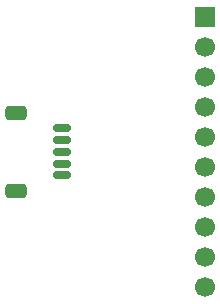
<source format=gts>
G04 #@! TF.GenerationSoftware,KiCad,Pcbnew,9.0.3*
G04 #@! TF.CreationDate,2025-08-26T17:27:59-07:00*
G04 #@! TF.ProjectId,battery_connector,62617474-6572-4795-9f63-6f6e6e656374,V1*
G04 #@! TF.SameCoordinates,Original*
G04 #@! TF.FileFunction,Soldermask,Top*
G04 #@! TF.FilePolarity,Negative*
%FSLAX45Y45*%
G04 Gerber Fmt 4.5, Leading zero omitted, Abs format (unit mm)*
G04 Created by KiCad (PCBNEW 9.0.3) date 2025-08-26 17:27:59*
%MOMM*%
%LPD*%
G01*
G04 APERTURE LIST*
G04 Aperture macros list*
%AMRoundRect*
0 Rectangle with rounded corners*
0 $1 Rounding radius*
0 $2 $3 $4 $5 $6 $7 $8 $9 X,Y pos of 4 corners*
0 Add a 4 corners polygon primitive as box body*
4,1,4,$2,$3,$4,$5,$6,$7,$8,$9,$2,$3,0*
0 Add four circle primitives for the rounded corners*
1,1,$1+$1,$2,$3*
1,1,$1+$1,$4,$5*
1,1,$1+$1,$6,$7*
1,1,$1+$1,$8,$9*
0 Add four rect primitives between the rounded corners*
20,1,$1+$1,$2,$3,$4,$5,0*
20,1,$1+$1,$4,$5,$6,$7,0*
20,1,$1+$1,$6,$7,$8,$9,0*
20,1,$1+$1,$8,$9,$2,$3,0*%
G04 Aperture macros list end*
%ADD10RoundRect,0.150000X-0.625000X0.150000X-0.625000X-0.150000X0.625000X-0.150000X0.625000X0.150000X0*%
%ADD11RoundRect,0.250000X-0.650000X0.350000X-0.650000X-0.350000X0.650000X-0.350000X0.650000X0.350000X0*%
%ADD12R,1.700000X1.700000*%
%ADD13C,1.700000*%
G04 APERTURE END LIST*
D10*
X2150000Y-3700000D03*
X2150000Y-3800000D03*
X2150000Y-3900000D03*
X2150000Y-4000000D03*
X2150000Y-4100000D03*
D11*
X1762500Y-3570000D03*
X1762500Y-4230000D03*
D12*
X3361500Y-2757000D03*
D13*
X3361500Y-3011000D03*
X3361500Y-3265000D03*
X3361500Y-3519000D03*
X3361500Y-3773000D03*
X3361500Y-4027000D03*
X3361500Y-4281000D03*
X3361500Y-4535000D03*
X3361500Y-4789000D03*
X3361500Y-5043000D03*
M02*

</source>
